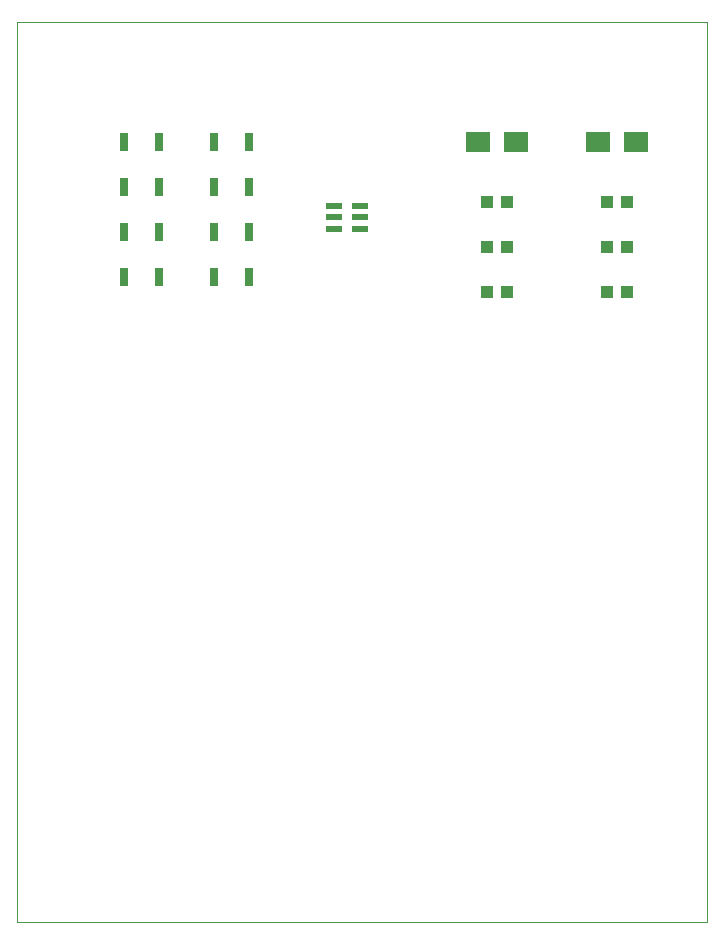
<source format=gtp>
G04 EAGLE Gerber RS-274X export*
G75*
%MOMM*%
%FSLAX34Y34*%
%LPD*%
%INSolder paste top*%
%IPPOS*%
%AMOC8*
5,1,8,0,0,1.08239X$1,22.5*%
G01*
%ADD10C,0.000000*%
%ADD11R,1.100000X1.000000*%
%ADD12R,2.150000X1.800000*%
%ADD13R,0.800000X1.600000*%
%ADD14R,1.473200X0.558800*%


D10*
X0Y0D02*
X584200Y0D01*
X584200Y762000D01*
X0Y762000D01*
X0Y0D01*
D11*
X397900Y609600D03*
X414900Y609600D03*
D12*
X524250Y660400D03*
X491750Y660400D03*
X422650Y660400D03*
X390150Y660400D03*
D11*
X499500Y533400D03*
X516500Y533400D03*
X499500Y571500D03*
X516500Y571500D03*
X397900Y571500D03*
X414900Y571500D03*
X397900Y533400D03*
X414900Y533400D03*
X499500Y609600D03*
X516500Y609600D03*
D13*
X166500Y546100D03*
X196500Y546100D03*
X90300Y660400D03*
X120300Y660400D03*
X90300Y622300D03*
X120300Y622300D03*
X90300Y584200D03*
X120300Y584200D03*
X90300Y546100D03*
X120300Y546100D03*
X166500Y660400D03*
X196500Y660400D03*
X166500Y622300D03*
X196500Y622300D03*
X166500Y584200D03*
X196500Y584200D03*
D14*
X268224Y606400D03*
X268224Y596900D03*
X268224Y587400D03*
X290576Y587400D03*
X290576Y596900D03*
X290576Y606400D03*
M02*

</source>
